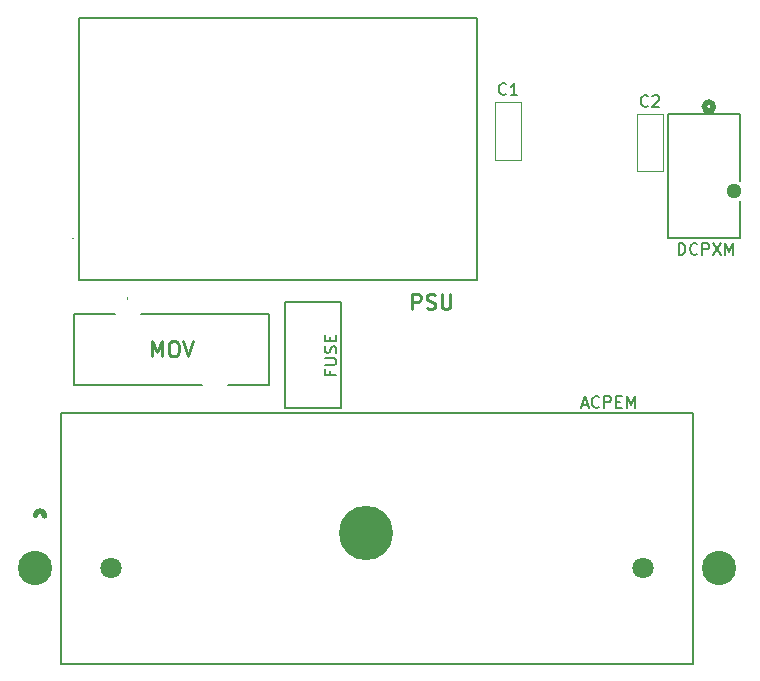
<source format=gbr>
%TF.GenerationSoftware,KiCad,Pcbnew,8.0.5*%
%TF.CreationDate,2024-11-19T11:11:42-05:00*%
%TF.ProjectId,Power_Daughterboard,506f7765-725f-4446-9175-676874657262,rev?*%
%TF.SameCoordinates,Original*%
%TF.FileFunction,Legend,Top*%
%TF.FilePolarity,Positive*%
%FSLAX46Y46*%
G04 Gerber Fmt 4.6, Leading zero omitted, Abs format (unit mm)*
G04 Created by KiCad (PCBNEW 8.0.5) date 2024-11-19 11:11:42*
%MOMM*%
%LPD*%
G01*
G04 APERTURE LIST*
%ADD10C,0.150000*%
%ADD11C,0.254000*%
%ADD12C,0.120000*%
%ADD13C,0.100000*%
%ADD14C,0.200000*%
%ADD15C,0.152400*%
%ADD16C,0.508000*%
%ADD17C,1.295400*%
%ADD18C,2.895600*%
%ADD19C,1.803400*%
%ADD20C,4.600000*%
G04 APERTURE END LIST*
D10*
X147333333Y-79359580D02*
X147285714Y-79407200D01*
X147285714Y-79407200D02*
X147142857Y-79454819D01*
X147142857Y-79454819D02*
X147047619Y-79454819D01*
X147047619Y-79454819D02*
X146904762Y-79407200D01*
X146904762Y-79407200D02*
X146809524Y-79311961D01*
X146809524Y-79311961D02*
X146761905Y-79216723D01*
X146761905Y-79216723D02*
X146714286Y-79026247D01*
X146714286Y-79026247D02*
X146714286Y-78883390D01*
X146714286Y-78883390D02*
X146761905Y-78692914D01*
X146761905Y-78692914D02*
X146809524Y-78597676D01*
X146809524Y-78597676D02*
X146904762Y-78502438D01*
X146904762Y-78502438D02*
X147047619Y-78454819D01*
X147047619Y-78454819D02*
X147142857Y-78454819D01*
X147142857Y-78454819D02*
X147285714Y-78502438D01*
X147285714Y-78502438D02*
X147333333Y-78550057D01*
X148285714Y-79454819D02*
X147714286Y-79454819D01*
X148000000Y-79454819D02*
X148000000Y-78454819D01*
X148000000Y-78454819D02*
X147904762Y-78597676D01*
X147904762Y-78597676D02*
X147809524Y-78692914D01*
X147809524Y-78692914D02*
X147714286Y-78740533D01*
X159333333Y-80359580D02*
X159285714Y-80407200D01*
X159285714Y-80407200D02*
X159142857Y-80454819D01*
X159142857Y-80454819D02*
X159047619Y-80454819D01*
X159047619Y-80454819D02*
X158904762Y-80407200D01*
X158904762Y-80407200D02*
X158809524Y-80311961D01*
X158809524Y-80311961D02*
X158761905Y-80216723D01*
X158761905Y-80216723D02*
X158714286Y-80026247D01*
X158714286Y-80026247D02*
X158714286Y-79883390D01*
X158714286Y-79883390D02*
X158761905Y-79692914D01*
X158761905Y-79692914D02*
X158809524Y-79597676D01*
X158809524Y-79597676D02*
X158904762Y-79502438D01*
X158904762Y-79502438D02*
X159047619Y-79454819D01*
X159047619Y-79454819D02*
X159142857Y-79454819D01*
X159142857Y-79454819D02*
X159285714Y-79502438D01*
X159285714Y-79502438D02*
X159333333Y-79550057D01*
X159714286Y-79550057D02*
X159761905Y-79502438D01*
X159761905Y-79502438D02*
X159857143Y-79454819D01*
X159857143Y-79454819D02*
X160095238Y-79454819D01*
X160095238Y-79454819D02*
X160190476Y-79502438D01*
X160190476Y-79502438D02*
X160238095Y-79550057D01*
X160238095Y-79550057D02*
X160285714Y-79645295D01*
X160285714Y-79645295D02*
X160285714Y-79740533D01*
X160285714Y-79740533D02*
X160238095Y-79883390D01*
X160238095Y-79883390D02*
X159666667Y-80454819D01*
X159666667Y-80454819D02*
X160285714Y-80454819D01*
D11*
X139397380Y-97574318D02*
X139397380Y-96304318D01*
X139397380Y-96304318D02*
X139881190Y-96304318D01*
X139881190Y-96304318D02*
X140002142Y-96364794D01*
X140002142Y-96364794D02*
X140062619Y-96425270D01*
X140062619Y-96425270D02*
X140123095Y-96546222D01*
X140123095Y-96546222D02*
X140123095Y-96727651D01*
X140123095Y-96727651D02*
X140062619Y-96848603D01*
X140062619Y-96848603D02*
X140002142Y-96909080D01*
X140002142Y-96909080D02*
X139881190Y-96969556D01*
X139881190Y-96969556D02*
X139397380Y-96969556D01*
X140606904Y-97513842D02*
X140788333Y-97574318D01*
X140788333Y-97574318D02*
X141090714Y-97574318D01*
X141090714Y-97574318D02*
X141211666Y-97513842D01*
X141211666Y-97513842D02*
X141272142Y-97453365D01*
X141272142Y-97453365D02*
X141332619Y-97332413D01*
X141332619Y-97332413D02*
X141332619Y-97211461D01*
X141332619Y-97211461D02*
X141272142Y-97090508D01*
X141272142Y-97090508D02*
X141211666Y-97030032D01*
X141211666Y-97030032D02*
X141090714Y-96969556D01*
X141090714Y-96969556D02*
X140848809Y-96909080D01*
X140848809Y-96909080D02*
X140727857Y-96848603D01*
X140727857Y-96848603D02*
X140667380Y-96788127D01*
X140667380Y-96788127D02*
X140606904Y-96667175D01*
X140606904Y-96667175D02*
X140606904Y-96546222D01*
X140606904Y-96546222D02*
X140667380Y-96425270D01*
X140667380Y-96425270D02*
X140727857Y-96364794D01*
X140727857Y-96364794D02*
X140848809Y-96304318D01*
X140848809Y-96304318D02*
X141151190Y-96304318D01*
X141151190Y-96304318D02*
X141332619Y-96364794D01*
X141876904Y-96304318D02*
X141876904Y-97332413D01*
X141876904Y-97332413D02*
X141937381Y-97453365D01*
X141937381Y-97453365D02*
X141997857Y-97513842D01*
X141997857Y-97513842D02*
X142118809Y-97574318D01*
X142118809Y-97574318D02*
X142360714Y-97574318D01*
X142360714Y-97574318D02*
X142481666Y-97513842D01*
X142481666Y-97513842D02*
X142542143Y-97453365D01*
X142542143Y-97453365D02*
X142602619Y-97332413D01*
X142602619Y-97332413D02*
X142602619Y-96304318D01*
D10*
X161944326Y-92994819D02*
X161944326Y-91994819D01*
X161944326Y-91994819D02*
X162182421Y-91994819D01*
X162182421Y-91994819D02*
X162325278Y-92042438D01*
X162325278Y-92042438D02*
X162420516Y-92137676D01*
X162420516Y-92137676D02*
X162468135Y-92232914D01*
X162468135Y-92232914D02*
X162515754Y-92423390D01*
X162515754Y-92423390D02*
X162515754Y-92566247D01*
X162515754Y-92566247D02*
X162468135Y-92756723D01*
X162468135Y-92756723D02*
X162420516Y-92851961D01*
X162420516Y-92851961D02*
X162325278Y-92947200D01*
X162325278Y-92947200D02*
X162182421Y-92994819D01*
X162182421Y-92994819D02*
X161944326Y-92994819D01*
X163515754Y-92899580D02*
X163468135Y-92947200D01*
X163468135Y-92947200D02*
X163325278Y-92994819D01*
X163325278Y-92994819D02*
X163230040Y-92994819D01*
X163230040Y-92994819D02*
X163087183Y-92947200D01*
X163087183Y-92947200D02*
X162991945Y-92851961D01*
X162991945Y-92851961D02*
X162944326Y-92756723D01*
X162944326Y-92756723D02*
X162896707Y-92566247D01*
X162896707Y-92566247D02*
X162896707Y-92423390D01*
X162896707Y-92423390D02*
X162944326Y-92232914D01*
X162944326Y-92232914D02*
X162991945Y-92137676D01*
X162991945Y-92137676D02*
X163087183Y-92042438D01*
X163087183Y-92042438D02*
X163230040Y-91994819D01*
X163230040Y-91994819D02*
X163325278Y-91994819D01*
X163325278Y-91994819D02*
X163468135Y-92042438D01*
X163468135Y-92042438D02*
X163515754Y-92090057D01*
X163944326Y-92994819D02*
X163944326Y-91994819D01*
X163944326Y-91994819D02*
X164325278Y-91994819D01*
X164325278Y-91994819D02*
X164420516Y-92042438D01*
X164420516Y-92042438D02*
X164468135Y-92090057D01*
X164468135Y-92090057D02*
X164515754Y-92185295D01*
X164515754Y-92185295D02*
X164515754Y-92328152D01*
X164515754Y-92328152D02*
X164468135Y-92423390D01*
X164468135Y-92423390D02*
X164420516Y-92471009D01*
X164420516Y-92471009D02*
X164325278Y-92518628D01*
X164325278Y-92518628D02*
X163944326Y-92518628D01*
X164849088Y-91994819D02*
X165515754Y-92994819D01*
X165515754Y-91994819D02*
X164849088Y-92994819D01*
X165896707Y-92994819D02*
X165896707Y-91994819D01*
X165896707Y-91994819D02*
X166230040Y-92709104D01*
X166230040Y-92709104D02*
X166563373Y-91994819D01*
X166563373Y-91994819D02*
X166563373Y-92994819D01*
X153738095Y-105669104D02*
X154214285Y-105669104D01*
X153642857Y-105954819D02*
X153976190Y-104954819D01*
X153976190Y-104954819D02*
X154309523Y-105954819D01*
X155214285Y-105859580D02*
X155166666Y-105907200D01*
X155166666Y-105907200D02*
X155023809Y-105954819D01*
X155023809Y-105954819D02*
X154928571Y-105954819D01*
X154928571Y-105954819D02*
X154785714Y-105907200D01*
X154785714Y-105907200D02*
X154690476Y-105811961D01*
X154690476Y-105811961D02*
X154642857Y-105716723D01*
X154642857Y-105716723D02*
X154595238Y-105526247D01*
X154595238Y-105526247D02*
X154595238Y-105383390D01*
X154595238Y-105383390D02*
X154642857Y-105192914D01*
X154642857Y-105192914D02*
X154690476Y-105097676D01*
X154690476Y-105097676D02*
X154785714Y-105002438D01*
X154785714Y-105002438D02*
X154928571Y-104954819D01*
X154928571Y-104954819D02*
X155023809Y-104954819D01*
X155023809Y-104954819D02*
X155166666Y-105002438D01*
X155166666Y-105002438D02*
X155214285Y-105050057D01*
X155642857Y-105954819D02*
X155642857Y-104954819D01*
X155642857Y-104954819D02*
X156023809Y-104954819D01*
X156023809Y-104954819D02*
X156119047Y-105002438D01*
X156119047Y-105002438D02*
X156166666Y-105050057D01*
X156166666Y-105050057D02*
X156214285Y-105145295D01*
X156214285Y-105145295D02*
X156214285Y-105288152D01*
X156214285Y-105288152D02*
X156166666Y-105383390D01*
X156166666Y-105383390D02*
X156119047Y-105431009D01*
X156119047Y-105431009D02*
X156023809Y-105478628D01*
X156023809Y-105478628D02*
X155642857Y-105478628D01*
X156642857Y-105431009D02*
X156976190Y-105431009D01*
X157119047Y-105954819D02*
X156642857Y-105954819D01*
X156642857Y-105954819D02*
X156642857Y-104954819D01*
X156642857Y-104954819D02*
X157119047Y-104954819D01*
X157547619Y-105954819D02*
X157547619Y-104954819D01*
X157547619Y-104954819D02*
X157880952Y-105669104D01*
X157880952Y-105669104D02*
X158214285Y-104954819D01*
X158214285Y-104954819D02*
X158214285Y-105954819D01*
X132431009Y-102809523D02*
X132431009Y-103142856D01*
X132954819Y-103142856D02*
X131954819Y-103142856D01*
X131954819Y-103142856D02*
X131954819Y-102666666D01*
X131954819Y-102285713D02*
X132764342Y-102285713D01*
X132764342Y-102285713D02*
X132859580Y-102238094D01*
X132859580Y-102238094D02*
X132907200Y-102190475D01*
X132907200Y-102190475D02*
X132954819Y-102095237D01*
X132954819Y-102095237D02*
X132954819Y-101904761D01*
X132954819Y-101904761D02*
X132907200Y-101809523D01*
X132907200Y-101809523D02*
X132859580Y-101761904D01*
X132859580Y-101761904D02*
X132764342Y-101714285D01*
X132764342Y-101714285D02*
X131954819Y-101714285D01*
X132907200Y-101285713D02*
X132954819Y-101142856D01*
X132954819Y-101142856D02*
X132954819Y-100904761D01*
X132954819Y-100904761D02*
X132907200Y-100809523D01*
X132907200Y-100809523D02*
X132859580Y-100761904D01*
X132859580Y-100761904D02*
X132764342Y-100714285D01*
X132764342Y-100714285D02*
X132669104Y-100714285D01*
X132669104Y-100714285D02*
X132573866Y-100761904D01*
X132573866Y-100761904D02*
X132526247Y-100809523D01*
X132526247Y-100809523D02*
X132478628Y-100904761D01*
X132478628Y-100904761D02*
X132431009Y-101095237D01*
X132431009Y-101095237D02*
X132383390Y-101190475D01*
X132383390Y-101190475D02*
X132335771Y-101238094D01*
X132335771Y-101238094D02*
X132240533Y-101285713D01*
X132240533Y-101285713D02*
X132145295Y-101285713D01*
X132145295Y-101285713D02*
X132050057Y-101238094D01*
X132050057Y-101238094D02*
X132002438Y-101190475D01*
X132002438Y-101190475D02*
X131954819Y-101095237D01*
X131954819Y-101095237D02*
X131954819Y-100857142D01*
X131954819Y-100857142D02*
X132002438Y-100714285D01*
X132431009Y-100285713D02*
X132431009Y-99952380D01*
X132954819Y-99809523D02*
X132954819Y-100285713D01*
X132954819Y-100285713D02*
X131954819Y-100285713D01*
X131954819Y-100285713D02*
X131954819Y-99809523D01*
D11*
X117367142Y-101574318D02*
X117367142Y-100304318D01*
X117367142Y-100304318D02*
X117790476Y-101211461D01*
X117790476Y-101211461D02*
X118213809Y-100304318D01*
X118213809Y-100304318D02*
X118213809Y-101574318D01*
X119060476Y-100304318D02*
X119302381Y-100304318D01*
X119302381Y-100304318D02*
X119423333Y-100364794D01*
X119423333Y-100364794D02*
X119544286Y-100485746D01*
X119544286Y-100485746D02*
X119604762Y-100727651D01*
X119604762Y-100727651D02*
X119604762Y-101150984D01*
X119604762Y-101150984D02*
X119544286Y-101392889D01*
X119544286Y-101392889D02*
X119423333Y-101513842D01*
X119423333Y-101513842D02*
X119302381Y-101574318D01*
X119302381Y-101574318D02*
X119060476Y-101574318D01*
X119060476Y-101574318D02*
X118939524Y-101513842D01*
X118939524Y-101513842D02*
X118818571Y-101392889D01*
X118818571Y-101392889D02*
X118758095Y-101150984D01*
X118758095Y-101150984D02*
X118758095Y-100727651D01*
X118758095Y-100727651D02*
X118818571Y-100485746D01*
X118818571Y-100485746D02*
X118939524Y-100364794D01*
X118939524Y-100364794D02*
X119060476Y-100304318D01*
X119967619Y-100304318D02*
X120390952Y-101574318D01*
X120390952Y-101574318D02*
X120814286Y-100304318D01*
D12*
%TO.C,C2*%
X158380000Y-81080000D02*
X160620000Y-81080000D01*
X158380000Y-85920000D02*
X158380000Y-81080000D01*
X158380000Y-85920000D02*
X160620000Y-85920000D01*
X160620000Y-85920000D02*
X160620000Y-81080000D01*
D13*
%TO.C,PSU*%
X110600000Y-91600000D02*
X110600000Y-91600000D01*
X110700000Y-91600000D02*
X110700000Y-91600000D01*
D14*
X111150000Y-72900000D02*
X144850000Y-72900000D01*
X111150000Y-95100000D02*
X111150000Y-72900000D01*
X144850000Y-72900000D02*
X144850000Y-95100000D01*
X144850000Y-95100000D02*
X111150000Y-95100000D01*
D13*
X110600000Y-91600000D02*
G75*
G02*
X110700000Y-91600000I50000J0D01*
G01*
X110700000Y-91600000D02*
G75*
G02*
X110600000Y-91600000I-50000J0D01*
G01*
D12*
%TO.C,C1*%
X146380000Y-80080000D02*
X148620000Y-80080000D01*
X146380000Y-84920000D02*
X146380000Y-80080000D01*
X146380000Y-84920000D02*
X148620000Y-84920000D01*
X148620000Y-84920000D02*
X148620000Y-80080000D01*
D15*
%TO.C,DCPXM*%
X161072999Y-81077600D02*
X161072999Y-91542400D01*
X161072999Y-91542400D02*
X167168999Y-91542400D01*
X167168999Y-81077600D02*
X161072999Y-81077600D01*
X167168999Y-86742037D02*
X167168999Y-81077600D01*
X167168999Y-91542400D02*
X167168999Y-88417963D01*
D16*
X164881000Y-80442600D02*
G75*
G02*
X164119000Y-80442600I-381000J0D01*
G01*
X164119000Y-80442600D02*
G75*
G02*
X164881000Y-80442600I381000J0D01*
G01*
D15*
%TO.C,ACPEM*%
X109638402Y-106357099D02*
X109638402Y-127616899D01*
X109638402Y-127616899D02*
X163181602Y-127616899D01*
X163181602Y-106357099D02*
X109638402Y-106357099D01*
X163181602Y-127616899D02*
X163181602Y-106357099D01*
D16*
X107481324Y-115028775D02*
G75*
G02*
X108241402Y-115066999I379078J-38224D01*
G01*
D15*
%TO.C,FUSE*%
X128612400Y-97016900D02*
X128612400Y-105983100D01*
X128612400Y-97016900D02*
X133387600Y-97016900D01*
X128612400Y-105983100D02*
X133387600Y-105983100D01*
X133387600Y-97016900D02*
X133387600Y-105983100D01*
D14*
%TO.C,MOV*%
X110750000Y-98000000D02*
X110750000Y-104000000D01*
X110750000Y-104000000D02*
X121600000Y-104000000D01*
X114200000Y-98000000D02*
X110750000Y-98000000D01*
D13*
X115250000Y-96600000D02*
X115250000Y-96600000D01*
X115250000Y-96700000D02*
X115250000Y-96700000D01*
D14*
X123800000Y-104000000D02*
X127250000Y-104000000D01*
X127250000Y-98000000D02*
X116400000Y-98000000D01*
X127250000Y-104000000D02*
X127250000Y-98000000D01*
D13*
X115250000Y-96600000D02*
G75*
G02*
X115250000Y-96700000I0J-50000D01*
G01*
X115250000Y-96700000D02*
G75*
G02*
X115250000Y-96600000I0J50000D01*
G01*
%TD*%
D17*
%TO.C,DCPXM*%
X166660000Y-87580000D03*
%TD*%
D18*
%TO.C,ACPEM*%
X107459996Y-119489999D03*
D19*
X113909996Y-119489999D03*
D20*
X135500000Y-116500000D03*
D19*
X158910007Y-119489999D03*
D18*
X165360007Y-119489999D03*
%TD*%
M02*

</source>
